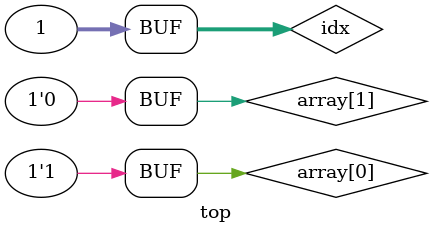
<source format=v>
module top;
  reg [7:0] array [1:0];
  reg \array[0] ;
  reg \array[1] ;
  integer idx;

  initial begin
    $dumpfile("work/dup.vcd");
    $dumpvars(0, array[0]);
    idx = 1;
    $dumpvars(0, array[idx]);
    $dumpvars(0, top);
    array[0] = 8'd0;
    #1
    array[0] = 8'd1;
    #1
    \array[0] = 1'b1;
    \array[1] = 1'b0;
  end
endmodule

</source>
